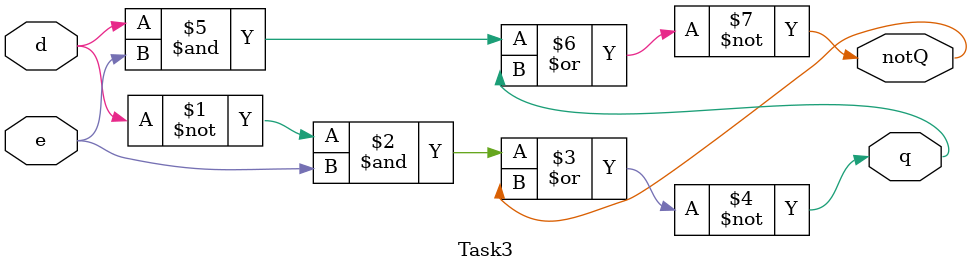
<source format=v>
`timescale 1ns / 1ps


module Task3(
    input d,
    input e, 
    output q, 
    output notQ
    );
   wire q1;
   wire notQ1;
   wire q2;
   wire notQ2;
   
   assign #4 q = ~((~d & e) | notQ);
   assign #4 notQ = ~((d & e) | q);
    
endmodule

</source>
